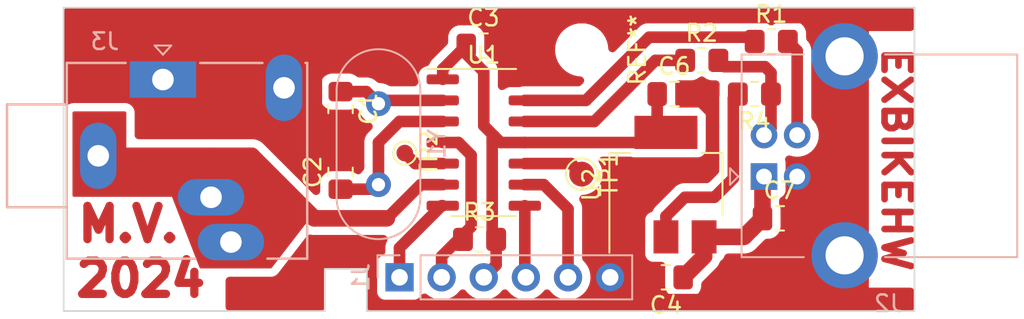
<source format=kicad_pcb>
(kicad_pcb (version 20221018) (generator pcbnew)
  (layers (0 "F.Cu" signal) (31 "B.Cu" signal) (34 "B.Paste" user) (35 "F.Paste" user) (36 "B.SilkS" user "B.Silkscreen") (37 "F.SilkS" user "F.Silkscreen") (38 "B.Mask" user) (39 "F.Mask" user) (44 "Edge.Cuts" user))
  (net 0 "")
  (net 1 "Net-(U1-XTAL1{slash}PB0)")
  (net 2 "GND")
  (net 3 "Net-(U1-XTAL2{slash}PB1)")
  (net 4 "+3V3")
  (net 5 "+5V")
  (net 6 "MISO")
  (net 7 "SCK")
  (net 8 "RST")
  (net 9 "MOSI")
  (net 10 "D-")
  (net 11 "D+")
  (net 12 "SW_IN")
  (net 13 "Net-(U1-AREF{slash}PA0)")
  (net 14 "Net-(U1-PA1)")
  (net 15 "Net-(U1-PA3)")
  (net 16 "Net-(U1-PB2)")
  (footprint "MountingHole:MountingHole_2.7mm_M2.5_DIN965" (layer "F.Cu") (at 31.877 -16.51 -90)
    (fp_text reference "REF**" (at 0 -3.35 90) (layer "F.SilkS"))
    (fp_text value "MountingHole_2.7mm_M2.5_DIN965" hide)
    (pad "" np_thru_hole circle (at 0 0 270) (size 2.7 2.7) (drill 2.7) (layers "*.Cu" "*.Mask"))
  )
  (footprint "Resistor_SMD:R_0805_2012Metric_Pad1.20x1.40mm_HandSolder" (layer "F.Cu") (at 25.7175 -5.08)
    (fp_text reference "R3" (at 0 -1.65) (layer "F.SilkS"))
    (fp_text value "10k")
    (fp_line (start -0.227064 -0.735) (end 0.227064 -0.735) (stroke (width 0.12)) (layer "F.SilkS"))
    (fp_line (start -0.227064 0.735) (end 0.227064 0.735) (stroke (width 0.12)) (layer "F.SilkS"))
    (pad "1" smd roundrect (at -1 0) (size 1.2 1.4) (layers "F.Cu" "F.Paste" "F.Mask") (roundrect_rratio 0.2083333333) (net 8 "RST"))
    (pad "2" smd roundrect (at 1 0) (size 1.2 1.4) (layers "F.Cu" "F.Paste" "F.Mask") (roundrect_rratio 0.2083333333) (net 4 "+3V3"))
  )
  (footprint "Capacitor_SMD:C_0805_2012Metric_Pad1.18x1.45mm_HandSolder" (layer "F.Cu") (at 43.815 -6.35)
    (fp_text reference "C7" (at 0 -1.68) (layer "F.SilkS"))
    (fp_text value "10uF")
    (fp_line (start -0.261252 -0.735) (end 0.261252 -0.735) (stroke (width 0.12)) (layer "F.SilkS"))
    (fp_line (start -0.261252 0.735) (end 0.261252 0.735) (stroke (width 0.12)) (layer "F.SilkS"))
    (pad "1" smd roundrect (at -1.0375 0) (size 1.175 1.45) (layers "F.Cu" "F.Paste" "F.Mask") (roundrect_rratio 0.2127659574) (net 5 "+5V"))
    (pad "2" smd roundrect (at 1.0375 0) (size 1.175 1.45) (layers "F.Cu" "F.Paste" "F.Mask") (roundrect_rratio 0.2127659574) (net 2 "GND"))
  )
  (footprint "Package_TO_SOT_SMD:SOT-223-3_TabPin2" (layer "F.Cu") (at 36.957 -8.382 90)
    (fp_text reference "U2" (at 0 -4.5 90) (layer "F.SilkS"))
    (fp_text value "AMS1117-3.3" hide)
    (fp_line (start -4.1 -3.41) (end 1.91 -3.41) (stroke (width 0.12)) (layer "F.SilkS"))
    (fp_line (start -1.85 3.41) (end 1.91 3.41) (stroke (width 0.12)) (layer "F.SilkS"))
    (fp_line (start 1.91 -3.41) (end 1.91 -2.15) (stroke (width 0.12)) (layer "F.SilkS"))
    (fp_line (start 1.91 3.41) (end 1.91 2.15) (stroke (width 0.12)) (layer "F.SilkS"))
    (pad "1" smd rect (at -3.15 -2.3 90) (size 2 1.5) (layers "F.Cu" "F.Paste" "F.Mask") (net 2 "GND"))
    (pad "2" smd rect (at -3.15 0 90) (size 2 1.5) (layers "F.Cu" "F.Paste" "F.Mask") (net 4 "+3V3"))
    (pad "2" smd rect (at 3.15 0 90) (size 2 3.8) (layers "F.Cu" "F.Paste" "F.Mask") (net 4 "+3V3"))
    (pad "3" smd rect (at -3.15 2.3 90) (size 2 1.5) (layers "F.Cu" "F.Paste" "F.Mask") (net 5 "+5V"))
  )
  (footprint "Capacitor_SMD:C_0805_2012Metric_Pad1.18x1.45mm_HandSolder" (layer "F.Cu") (at 17.3355 -12.954 -90)
    (fp_text reference "C1" (at 0 -1.68 90) (layer "F.SilkS"))
    (fp_text value "15pF")
    (fp_line (start -0.261252 -0.735) (end 0.261252 -0.735) (stroke (width 0.12)) (layer "F.SilkS"))
    (fp_line (start -0.261252 0.735) (end 0.261252 0.735) (stroke (width 0.12)) (layer "F.SilkS"))
    (pad "1" smd roundrect (at -1.0375 0 270) (size 1.175 1.45) (layers "F.Cu" "F.Paste" "F.Mask") (roundrect_rratio 0.2127659574) (net 1 "Net-(U1-XTAL1{slash}PB0)"))
    (pad "2" smd roundrect (at 1.0375 0 270) (size 1.175 1.45) (layers "F.Cu" "F.Paste" "F.Mask") (roundrect_rratio 0.2127659574) (net 2 "GND"))
  )
  (footprint "Resistor_SMD:R_0805_2012Metric_Pad1.20x1.40mm_HandSolder" (layer "F.Cu") (at 42.291 -13.843 180)
    (fp_text reference "R4" (at 0 -1.65) (layer "F.SilkS"))
    (fp_text value "1.5k")
    (fp_line (start -0.227064 -0.735) (end 0.227064 -0.735) (stroke (width 0.12)) (layer "F.SilkS"))
    (fp_line (start -0.227064 0.735) (end 0.227064 0.735) (stroke (width 0.12)) (layer "F.SilkS"))
    (pad "1" smd roundrect (at -1 0 180) (size 1.2 1.4) (layers "F.Cu" "F.Paste" "F.Mask") (roundrect_rratio 0.2083333333) (net 10 "D-"))
    (pad "2" smd roundrect (at 1 0 180) (size 1.2 1.4) (layers "F.Cu" "F.Paste" "F.Mask") (roundrect_rratio 0.2083333333) (net 4 "+3V3"))
  )
  (footprint "Capacitor_SMD:C_0805_2012Metric_Pad1.18x1.45mm_HandSolder" (layer "F.Cu") (at 36.957 -2.794 180)
    (fp_text reference "C4" (at 0 -1.68) (layer "F.SilkS"))
    (fp_text value "100nF")
    (fp_line (start -0.261252 -0.735) (end 0.261252 -0.735) (stroke (width 0.12)) (layer "F.SilkS"))
    (fp_line (start -0.261252 0.735) (end 0.261252 0.735) (stroke (width 0.12)) (layer "F.SilkS"))
    (pad "1" smd roundrect (at -1.0375 0 180) (size 1.175 1.45) (layers "F.Cu" "F.Paste" "F.Mask") (roundrect_rratio 0.2127659574) (net 5 "+5V"))
    (pad "2" smd roundrect (at 1.0375 0 180) (size 1.175 1.45) (layers "F.Cu" "F.Paste" "F.Mask") (roundrect_rratio 0.2127659574) (net 2 "GND"))
  )
  (footprint "Resistor_SMD:R_0805_2012Metric_Pad1.20x1.40mm_HandSolder" (layer "F.Cu") (at 39.116 -15.875)
    (fp_text reference "R2" (at 0 -1.65) (layer "F.SilkS"))
    (fp_text value "68")
    (fp_line (start -0.227064 -0.735) (end 0.227064 -0.735) (stroke (width 0.12)) (layer "F.SilkS"))
    (fp_line (start -0.227064 0.735) (end 0.227064 0.735) (stroke (width 0.12)) (layer "F.SilkS"))
    (pad "1" smd roundrect (at -1 0) (size 1.2 1.4) (layers "F.Cu" "F.Paste" "F.Mask") (roundrect_rratio 0.2083333333) (net 14 "Net-(U1-PA1)"))
    (pad "2" smd roundrect (at 1 0) (size 1.2 1.4) (layers "F.Cu" "F.Paste" "F.Mask") (roundrect_rratio 0.2083333333) (net 10 "D-"))
  )
  (footprint "Capacitor_SMD:C_0805_2012Metric_Pad1.18x1.45mm_HandSolder" (layer "F.Cu") (at 37.465 -13.843)
    (fp_text reference "C6" (at 0 -1.68) (layer "F.SilkS"))
    (fp_text value "10uF")
    (fp_line (start -0.261252 -0.735) (end 0.261252 -0.735) (stroke (width 0.12)) (layer "F.SilkS"))
    (fp_line (start -0.261252 0.735) (end 0.261252 0.735) (stroke (width 0.12)) (layer "F.SilkS"))
    (pad "1" smd roundrect (at -1.0375 0) (size 1.175 1.45) (layers "F.Cu" "F.Paste" "F.Mask") (roundrect_rratio 0.2127659574) (net 4 "+3V3"))
    (pad "2" smd roundrect (at 1.0375 0) (size 1.175 1.45) (layers "F.Cu" "F.Paste" "F.Mask") (roundrect_rratio 0.2127659574) (net 2 "GND"))
  )
  (footprint "Capacitor_SMD:C_0805_2012Metric_Pad1.18x1.45mm_HandSolder" (layer "F.Cu") (at 25.95 -16.764)
    (fp_text reference "C3" (at 0 -1.68) (layer "F.SilkS"))
    (fp_text value "1uF")
    (fp_line (start -0.261252 -0.735) (end 0.261252 -0.735) (stroke (width 0.12)) (layer "F.SilkS"))
    (fp_line (start -0.261252 0.735) (end 0.261252 0.735) (stroke (width 0.12)) (layer "F.SilkS"))
    (pad "1" smd roundrect (at -1.0375 0) (size 1.175 1.45) (layers "F.Cu" "F.Paste" "F.Mask") (roundrect_rratio 0.2127659574) (net 4 "+3V3"))
    (pad "2" smd roundrect (at 1.0375 0) (size 1.175 1.45) (layers "F.Cu" "F.Paste" "F.Mask") (roundrect_rratio 0.2127659574) (net 2 "GND"))
  )
  (footprint "TestPoint:TestPoint_Pad_D1.0mm" (layer "F.Cu") (at 21.209 -10.287 -90)
    (fp_text reference "TP2" (at 0 -1.448 90) (layer "F.SilkS"))
    (fp_text value "TestPoint")
    (fp_circle (center 0 0) (end 0 0.7) (stroke (width 0.12)) (fill none) (layer "F.SilkS"))
    (pad "1" smd circle (at 0 0 270) (size 1 1) (layers "F.Cu" "F.Mask") (net 16 "Net-(U1-PB2)"))
  )
  (footprint "Package_SO:SOIC-14_3.9x8.7mm_P1.27mm" (layer "F.Cu") (at 25.9715 -10.922)
    (fp_text reference "U1" (at 0 -5.28) (layer "F.SilkS"))
    (fp_text value "ATtiny24A-SS")
    (fp_line (start 0 -4.435) (end -3.45 -4.435) (stroke (width 0.12)) (layer "F.SilkS"))
    (fp_line (start 0 -4.435) (end 1.95 -4.435) (stroke (width 0.12)) (layer "F.SilkS"))
    (fp_line (start 0 4.435) (end -1.95 4.435) (stroke (width 0.12)) (layer "F.SilkS"))
    (fp_line (start 0 4.435) (end 1.95 4.435) (stroke (width 0.12)) (layer "F.SilkS"))
    (pad "1" smd roundrect (at -2.475 -3.81) (size 1.95 0.6) (layers "F.Cu" "F.Paste" "F.Mask") (net 4 "+3V3"))
    (pad "2" smd roundrect (at -2.475 -2.54) (size 1.95 0.6) (layers "F.Cu" "F.Paste" "F.Mask") (net 1 "Net-(U1-XTAL1{slash}PB0)"))
    (pad "3" smd roundrect (at -2.475 -1.27) (size 1.95 0.6) (layers "F.Cu" "F.Paste" "F.Mask") (net 3 "Net-(U1-XTAL2{slash}PB1)"))
    (pad "4" smd roundrect (at -2.475 0) (size 1.95 0.6) (layers "F.Cu" "F.Paste" "F.Mask") (net 8 "RST"))
    (pad "5" smd roundrect (at -2.475 1.27) (size 1.95 0.6) (layers "F.Cu" "F.Paste" "F.Mask") (net 16 "Net-(U1-PB2)"))
    (pad "6" smd roundrect (at -2.475 2.54) (size 1.95 0.6) (layers "F.Cu" "F.Paste" "F.Mask") (net 12 "SW_IN"))
    (pad "7" smd roundrect (at -2.475 3.81) (size 1.95 0.6) (layers "F.Cu" "F.Paste" "F.Mask") (net 9 "MOSI"))
    (pad "8" smd roundrect (at 2.475 3.81) (size 1.95 0.6) (layers "F.Cu" "F.Paste" "F.Mask") (net 6 "MISO"))
    (pad "9" smd roundrect (at 2.475 2.54) (size 1.95 0.6) (layers "F.Cu" "F.Paste" "F.Mask") (net 7 "SCK"))
    (pad "10" smd roundrect (at 2.475 1.27) (size 1.95 0.6) (layers "F.Cu" "F.Paste" "F.Mask") (net 15 "Net-(U1-PA3)"))
    (pad "11" smd roundrect (at 2.475 0) (size 1.95 0.6) (layers "F.Cu" "F.Paste" "F.Mask") (net 4 "+3V3"))
    (pad "12" smd roundrect (at 2.475 -1.27) (size 1.95 0.6) (layers "F.Cu" "F.Paste" "F.Mask") (net 14 "Net-(U1-PA1)"))
    (pad "13" smd roundrect (at 2.475 -2.54) (size 1.95 0.6) (layers "F.Cu" "F.Paste" "F.Mask") (net 13 "Net-(U1-AREF{slash}PA0)"))
    (pad "14" smd roundrect (at 2.475 -3.81) (size 1.95 0.6) (layers "F.Cu" "F.Paste" "F.Mask") (net 2 "GND"))
  )
  (footprint "Resistor_SMD:R_0805_2012Metric_Pad1.20x1.40mm_HandSolder" (layer "F.Cu") (at 43.307 -17.018)
    (fp_text reference "R1" (at 0 -1.65) (layer "F.SilkS"))
    (fp_text value "68" hide)
    (fp_line (start -0.227064 -0.735) (end 0.227064 -0.735) (stroke (width 0.12)) (layer "F.SilkS"))
    (fp_line (start -0.227064 0.735) (end 0.227064 0.735) (stroke (width 0.12)) (layer "F.SilkS"))
    (pad "1" smd roundrect (at -1 0) (size 1.2 1.4) (layers "F.Cu" "F.Paste" "F.Mask") (roundrect_rratio 0.2083333333) (net 13 "Net-(U1-AREF{slash}PA0)"))
    (pad "2" smd roundrect (at 1 0) (size 1.2 1.4) (layers "F.Cu" "F.Paste" "F.Mask") (roundrect_rratio 0.2083333333) (net 11 "D+"))
  )
  (footprint "Capacitor_SMD:C_0805_2012Metric_Pad1.18x1.45mm_HandSolder" (layer "F.Cu") (at 17.3355 -9.144 90)
    (fp_text reference "C2" (at 0 -1.68 90) (layer "F.SilkS"))
    (fp_text value "15pF")
    (fp_line (start -0.261252 -0.735) (end 0.261252 -0.735) (stroke (width 0.12)) (layer "F.SilkS"))
    (fp_line (start -0.261252 0.735) (end 0.261252 0.735) (stroke (width 0.12)) (layer "F.SilkS"))
    (pad "1" smd roundrect (at -1.0375 0 90) (size 1.175 1.45) (layers "F.Cu" "F.Paste" "F.Mask") (roundrect_rratio 0.2127659574) (net 3 "Net-(U1-XTAL2{slash}PB1)"))
    (pad "2" smd roundrect (at 1.0375 0 90) (size 1.175 1.45) (layers "F.Cu" "F.Paste" "F.Mask") (roundrect_rratio 0.2127659574) (net 2 "GND"))
  )
  (footprint "TestPoint:TestPoint_Pad_D1.5mm" (layer "F.Cu") (at 31.877 -9.017 -90)
    (fp_text reference "TP1" (at 0 -1.648 90) (layer "F.SilkS"))
    (fp_text value "TestPoint")
    (fp_circle (center 0 0) (end 0 0.95) (stroke (width 0.12)) (fill none) (layer "F.SilkS"))
    (pad "1" smd circle (at 0 0 270) (size 1.5 1.5) (layers "F.Cu" "F.Mask") (net 15 "Net-(U1-PA3)"))
  )
  (footprint "Connector_PinHeader_2.54mm:PinHeader_1x06_P2.54mm_Vertical" (layer "B.Cu") (at 20.8915 -2.794 -90)
    (fp_text reference "J1" (at 0 2.33 90) (layer "B.SilkS") (effects (justify mirror)))
    (fp_text value "ICSP")
    (fp_line (start -1.33 -14.03) (end 1.33 -14.03) (stroke (width 0.12)) (layer "B.SilkS"))
    (fp_line (start -1.33 -1.27) (end -1.33 -14.03) (stroke (width 0.12)) (layer "B.SilkS"))
    (fp_line (start -1.33 -1.27) (end 1.33 -1.27) (stroke (width 0.12)) (layer "B.SilkS"))
    (fp_line (start -1.33 0) (end -1.33 1.33) (stroke (width 0.12)) (layer "B.SilkS"))
    (fp_line (start -1.33 1.33) (end 0 1.33) (stroke (width 0.12)) (layer "B.SilkS"))
    (fp_line (start 1.33 -1.27) (end 1.33 -14.03) (stroke (width 0.12)) (layer "B.SilkS"))
    (pad "1" thru_hole rect (at 0 0 270) (size 1.7 1.7) (drill 1) (layers "*.Cu" "*.Mask") (net 9 "MOSI"))
    (pad "2" thru_hole oval (at 0 -2.54 270) (size 1.7 1.7) (drill 1) (layers "*.Cu" "*.Mask") (net 8 "RST"))
    (pad "3" thru_hole oval (at 0 -5.08 270) (size 1.7 1.7) (drill 1) (layers "*.Cu" "*.Mask") (net 4 "+3V3"))
    (pad "4" thru_hole oval (at 0 -7.62 270) (size 1.7 1.7) (drill 1) (layers "*.Cu" "*.Mask") (net 6 "MISO"))
    (pad "5" thru_hole oval (at 0 -10.16 270) (size 1.7 1.7) (drill 1) (layers "*.Cu" "*.Mask") (net 7 "SCK"))
    (pad "6" thru_hole oval (at 0 -12.7 270) (size 1.7 1.7) (drill 1) (layers "*.Cu" "*.Mask") (net 2 "GND"))
  )
  (footprint "Connector_Audio:Jack_3.5mm_Ledino_KB3SPRS_Horizontal" (layer "B.Cu") (at 6.625 -14.72)
    (fp_text reference "J3" (at -3.5 -2.3) (layer "B.SilkS") (effects (justify mirror)))
    (fp_text value "AudioJack3_SwitchTR")
    (fp_line (start -9.4 1.5) (end -5.8 1.5) (stroke (width 0.15)) (layer "B.SilkS"))
    (fp_line (start -9.4 7.7) (end -9.4 1.5) (stroke (width 0.15)) (layer "B.SilkS"))
    (fp_line (start -5.8 -1) (end -5.8 10.8) (stroke (width 0.15)) (layer "B.SilkS"))
    (fp_line (start -5.8 7.7) (end -9.4 7.7) (stroke (width 0.15)) (layer "B.SilkS"))
    (fp_line (start -5.8 10.8) (end 1.95 10.8) (stroke (width 0.15)) (layer "B.SilkS"))
    (fp_line (start -2.25 -1) (end -5.8 -1) (stroke (width 0.15)) (layer "B.SilkS"))
    (fp_line (start -0.5 -2.05) (end 0.5 -2.05) (stroke (width 0.12)) (layer "B.SilkS"))
    (fp_line (start 0 -1.5) (end -0.5 -2.05) (stroke (width 0.12)) (layer "B.SilkS"))
    (fp_line (start 0.5 -2.05) (end 0 -1.5) (stroke (width 0.12)) (layer "B.SilkS"))
    (fp_line (start 6 -1) (end 2.25 -1) (stroke (width 0.15)) (layer "B.SilkS"))
    (fp_line (start 6.3 10.8) (end 8.7 10.8) (stroke (width 0.15)) (layer "B.SilkS"))
    (fp_line (start 8.7 -1) (end 8.6 -1) (stroke (width 0.15)) (layer "B.SilkS"))
    (fp_line (start 8.7 10.8) (end 8.7 -1) (stroke (width 0.15)) (layer "B.SilkS"))
    (pad "R" thru_hole oval (at 4.1 9.8) (size 4 2.2) (drill 1.3) (layers "*.Cu" "*.Mask") (net 12 "SW_IN"))
    (pad "RN" thru_hole oval (at 2.9 7.1) (size 4 2.2) (drill 1.3) (layers "*.Cu" "*.Mask") (net 12 "SW_IN"))
    (pad "S" thru_hole oval (at -3.9 4.6) (size 2.2 4) (drill 1.3) (layers "*.Cu" "*.Mask") (net 12 "SW_IN"))
    (pad "T" thru_hole rect (at 0 0) (size 4 2.2) (drill 1.3) (layers "*.Cu" "*.Mask") (net 2 "GND"))
    (pad "TN" thru_hole oval (at 7.3 0.5 270) (size 4 2.2) (drill 1.3) (layers "*.Cu" "*.Mask") (net 2 "GND"))
  )
  (footprint "Crystal:Crystal_HC49-4H_Vertical" (layer "B.Cu") (at 19.6215 -8.382 90)
    (fp_text reference "Y1" (at 2.44 3.525 90) (layer "B.SilkS") (effects (justify mirror)))
    (fp_text value "12 MHz")
    (fp_line (start -0.76 -2.525) (end 5.64 -2.525) (stroke (width 0.12)) (layer "B.SilkS"))
    (fp_line (start -0.76 2.525) (end 5.64 2.525) (stroke (width 0.12)) (layer "B.SilkS"))
    (fp_arc (start -0.76 2.525) (mid -3.285 0) (end -0.76 -2.525) (stroke (width 0.12)) (layer "B.SilkS"))
    (fp_arc (start 5.64 -2.525) (mid 8.165 0) (end 5.64 2.525) (stroke (width 0.12)) (layer "B.SilkS"))
    (pad "1" thru_hole circle (at 0 0 90) (size 1.5 1.5) (drill 0.8) (layers "*.Cu" "*.Mask") (net 3 "Net-(U1-XTAL2{slash}PB1)"))
    (pad "2" thru_hole circle (at 4.88 0 90) (size 1.5 1.5) (drill 0.8) (layers "*.Cu" "*.Mask") (net 1 "Net-(U1-XTAL1{slash}PB0)"))
  )
  (footprint "Connector_USB:USB_B_Lumberg_2411_02_Horizontal" (layer "B.Cu") (at 42.8695 -8.87)
    (fp_text reference "J2" (at 7.5 7.65) (layer "B.SilkS") (effects (justify mirror)))
    (fp_text value "USB_B" hide)
    (fp_line (start -2.05 -0.5) (end -1.55 0) (stroke (width 0.12)) (layer "B.SilkS"))
    (fp_line (start -2.05 0.5) (end -2.05 -0.5) (stroke (width 0.12)) (layer "B.SilkS"))
    (fp_line (start -1.55 0) (end -2.05 0.5) (stroke (width 0.12)) (layer "B.SilkS"))
    (fp_line (start -1.35 -7.36) (end -1.35 4.86) (stroke (width 0.12)) (layer "B.SilkS"))
    (fp_line (start -1.35 -7.36) (end 2.4 -7.36) (stroke (width 0.12)) (layer "B.SilkS"))
    (fp_line (start -1.35 4.86) (end 2.4 4.86) (stroke (width 0.12)) (layer "B.SilkS"))
    (fp_line (start 15.27 -7.36) (end 7.3 -7.36) (stroke (width 0.12)) (layer "B.SilkS"))
    (fp_line (start 15.27 -7.36) (end 15.27 4.86) (stroke (width 0.12)) (layer "B.SilkS"))
    (fp_line (start 15.27 4.86) (end 7.3 4.86) (stroke (width 0.12)) (layer "B.SilkS"))
    (pad "1" thru_hole rect (at 0 0 270) (size 1.6 1.6) (drill 0.95) (layers "*.Cu" "*.Mask") (net 5 "+5V"))
    (pad "2" thru_hole circle (at 0 -2.5 270) (size 1.6 1.6) (drill 0.95) (layers "*.Cu" "*.Mask") (net 10 "D-"))
    (pad "3" thru_hole circle (at 2 -2.5 270) (size 1.6 1.6) (drill 0.95) (layers "*.Cu" "*.Mask") (net 11 "D+"))
    (pad "4" thru_hole circle (at 2 0 270) (size 1.6 1.6) (drill 0.95) (layers "*.Cu" "*.Mask") (net 2 "GND"))
    (pad "5" thru_hole circle (at 4.86 -7.25 270) (size 4 4) (drill 2.3) (layers "*.Cu" "*.Mask") (net 2 "GND"))
    (pad "5" thru_hole circle (at 4.86 4.75 270) (size 4 4) (drill 2.3) (layers "*.Cu" "*.Mask") (net 2 "GND"))
  )
  (gr_poly (pts (xy 7.239 -7.747) (xy 1.27 -7.747) (xy 1.27 -12.7) (xy 4.318 -12.7) (xy 4.318 -10.414) (xy 7.239 -10.414)) (stroke (width 0.2)) (fill solid) (layer "F.Cu"))
  (gr_poly (pts (xy 7.015997 -10.287) (xy 7.239 -7.747) (xy 8.920997 -3.429) (xy 13.111997 -3.429) (xy 15.367 -6.35) (xy 14.097 -7.62) (xy 11.460997 -10.414)) (stroke (width 0.2)) (fill solid) (layer "F.Cu"))
  (gr_line (start 51.943 -0.762) (end 51.943 -19.05) (stroke (width 0.1)) (layer "Edge.Cuts"))
  (gr_line (start 18.923 -0.762) (end 18.923 -3.302) (stroke (width 0.1)) (layer "Edge.Cuts"))
  (gr_line (start 51.943 -19.05) (end 0.635 -19.05) (stroke (width 0.1)) (layer "Edge.Cuts"))
  (gr_line (start 18.923 -0.762) (end 51.943 -0.762) (stroke (width 0.1)) (layer "Edge.Cuts"))
  (gr_line (start 0.635 -0.762) (end 16.383 -0.762) (stroke (width 0.1)) (layer "Edge.Cuts"))
  (gr_line (start 0.635 -19.05) (end 0.635 -0.762) (stroke (width 0.1)) (layer "Edge.Cuts"))
  (gr_line (start 18.923 -3.302) (end 16.383 -3.302) (stroke (width 0.1)) (layer "Edge.Cuts"))
  (gr_line (start 16.383 -3.302) (end 16.383 -0.762) (stroke (width 0.1)) (layer "Edge.Cuts"))
  (gr_text "M.V." (at 1.27 -4.826) (layer "F.Cu") (effects (font (size 2 2) (thickness 0.5) bold) (justify left bottom)))
  (gr_text "EXBIKEHW" (at 49.92275 -9.906 270) (layer "F.Cu") (effects (font (size 1.6 1.8) (thickness 0.4) bold) (justify bottom)))
  (gr_text "2024" (at 1.143 -1.524) (layer "F.Cu") (effects (font (size 2 2) (thickness 0.5) bold) (justify left bottom)))
  (segment (start 19.8215 -13.462) (end 19.6215 -13.262) (width 0.7) (layer "F.Cu") (net 1))
  (segment (start 17.3355 -13.9915) (end 18.892 -13.9915) (width 0.7) (layer "F.Cu") (net 1))
  (segment (start 23.4965 -13.462) (end 19.8215 -13.462) (width 0.7) (layer "F.Cu") (net 1))
  (segment (start 18.892 -13.9915) (end 19.6215 -13.262) (width 0.7) (layer "F.Cu") (net 1))
  (segment (start 38.5025 -13.9485) (end 39.751 -12.7) (width 0.7) (layer "F.Cu") (net 2))
  (segment (start 39.751 -9.398) (end 39.243 -8.89) (width 0.7) (layer "F.Cu") (net 2))
  (segment (start 35.6655 -2.54) (end 35.9195 -2.794) (width 0.7) (layer "F.Cu") (net 2))
  (segment (start 17.3355 -11.9165) (end 16.4045 -11.9165) (width 0.7) (layer "F.Cu") (net 2))
  (segment (start 9.431 -17.526) (end 6.625 -14.72) (width 0.8) (layer "F.Cu") (net 2))
  (segment (start 17.3355 -11.9165) (end 17.3355 -11.176) (width 0.7) (layer "F.Cu") (net 2))
  (segment (start 23.717 -18.51) (end 45.3395 -18.51) (width 0.8) (layer "F.Cu") (net 2))
  (segment (start 44.8525 -5.1015) (end 44.8525 -6.35) (width 0.8) (layer "F.Cu") (net 2))
  (segment (start 34.657 -3.6055) (end 34.657 -4.0565) (width 1) (layer "F.Cu") (net 2))
  (segment (start 22.733 -17.526) (end 23.717 -18.51) (width 0.8) (layer "F.Cu") (net 2))
  (segment (start 28.4465 -14.732) (end 28.4465 -15.305) (width 0.7) (layer "F.Cu") (net 2))
  (segment (start 44.8695 -8.87) (end 44.8695 -6.367) (width 1) (layer "F.Cu") (net 2))
  (segment (start 17.3355 -11.176) (end 17.3355 -10.1815) (width 0.7) (layer "F.Cu") (net 2))
  (segment (start 28.4465 -15.305) (end 26.9875 -16.764) (width 0.7) (layer "F.Cu") (net 2))
  (segment (start 36.576 -1.397) (end 41.148 -1.397) (width 0.8) (layer "F.Cu") (net 2))
  (segment (start 44.8695 -6.367) (end 44.8525 -6.35) (width 1) (layer "F.Cu") (net 2))
  (segment (start 36.449 -8.89) (end 34.657 -7.098) (width 0.7) (layer "F.Cu") (net 2))
  (segment (start 41.148 -1.397) (end 44.8525 -5.1015) (width 0.8) (layer "F.Cu") (net 2))
  (segment (start 34.657 -4.0565) (end 35.9195 -2.794) (width 1) (layer "F.Cu") (net 2))
  (segment (start 15.875 -12.446) (end 15.875 -17.526) (width 0.7) (layer "F.Cu") (net 2))
  (segment (start 27.051 -16.8275) (end 26.9875 -16.764) (width 1) (layer "F.Cu") (net 2))
  (segment (start 35.9195 -2.0535) (end 36.576 -1.397) (width 0.8) (layer "F.Cu") (net 2))
  (segment (start 16.4045 -11.9165) (end 15.875 -12.446) (width 0.7) (layer "F.Cu") (net 2))
  (segment (start 39.751 -12.7) (end 39.751 -9.398) (width 0.7) (layer "F.Cu") (net 2))
  (segment (start 33.5915 -2.54) (end 34.657 -3.6055) (width 1) (layer "F.Cu") (net 2))
  (segment (start 15.875 -17.526) (end 22.733 -17.526) (width 0.8) (layer "F.Cu") (net 2))
  (segment (start 34.657 -5.232) (end 34.657 -4.0565) (width 1) (layer "F.Cu") (net 2))
  (segment (start 39.243 -8.89) (end 36.449 -8.89) (width 0.7) (layer "F.Cu") (net 2))
  (segment (start 35.9195 -2.794) (end 35.9195 -2.0535) (width 0.8) (layer "F.Cu") (net 2))
  (segment (start 15.875 -17.526) (end 9.431 -17.526) (width 0.8) (layer "F.Cu") (net 2))
  (segment (start 47.7295 -4.12) (end 47.0825 -4.12) (width 1) (layer "F.Cu") (net 2))
  (segment (start 34.657 -7.098) (end 34.657 -5.232) (width 0.7) (layer "F.Cu") (net 2))
  (segment (start 45.3395 -18.51) (end 47.7295 -16.12) (width 0.8) (layer "F.Cu") (net 2))
  (segment (start 19.346 -8.1065) (end 19.6215 -8.382) (width 0.7) (layer "F.Cu") (net 3))
  (segment (start 19.6215 -10.922) (end 19.6215 -8.382) (width 0.7) (layer "F.Cu") (net 3))
  (segment (start 17.3355 -8.1065) (end 19.346 -8.1065) (width 0.7) (layer "F.Cu") (net 3))
  (segment (start 23.4965 -12.192) (end 20.8915 -12.192) (width 0.7) (layer "F.Cu") (net 3))
  (segment (start 20.8915 -12.192) (end 19.6215 -10.922) (width 0.7) (layer "F.Cu") (net 3))
  (segment (start 41.021 -8.763) (end 39.878 -7.62) (width 0.7) (layer "F.Cu") (net 4))
  (segment (start 23.4965 -14.732) (end 23.4965 -15.348) (width 0.7) (layer "F.Cu") (net 4))
  (segment (start 41.021 -13.573) (end 41.021 -8.763) (width 0.7) (layer "F.Cu") (net 4))
  (segment (start 24.9125 -16.256) (end 24.9125 -16.764) (width 0.7) (layer "F.Cu") (net 4))
  (segment (start 26.6065 -11.303) (end 25.9715 -11.938) (width 0.7) (layer "F.Cu") (net 4))
  (segment (start 41.291 -13.843) (end 41.021 -13.573) (width 0.7) (layer "F.Cu") (net 4))
  (segment (start 25.9715 -15.197) (end 24.9125 -16.256) (width 0.7) (layer "F.Cu") (net 4))
  (segment (start 23.4965 -15.348) (end 24.9125 -16.764) (width 0.7) (layer "F.Cu") (net 4))
  (segment (start 25.9715 -11.938) (end 25.9715 -15.197) (width 0.7) (layer "F.Cu") (net 4))
  (segment (start 28.4465 -10.922) (end 26.9875 -10.922) (width 0.7) (layer "F.Cu") (net 4))
  (segment (start 39.878 -7.62) (end 38.1 -7.62) (width 0.7) (layer "F.Cu") (net 4))
  (segment (start 36.4275 -13.97) (end 36.4275 -12.0615) (width 0.7) (layer "F.Cu") (net 4))
  (segment (start 26.4795 -11.176) (end 26.6065 -11.303) (width 0.7) (layer "F.Cu") (net 4))
  (segment (start 38.1 -7.62) (end 36.957 -6.477) (width 0.7) (layer "F.Cu") (net 4))
  (segment (start 26.7175 -5.08) (end 26.7175 -3.54) (width 0.7) (layer "F.Cu") (net 4))
  (segment (start 36.347 -10.922) (end 36.957 -11.532) (width 0.7) (layer "F.Cu") (net 4))
  (segment (start 36.957 -6.477) (end 36.957 -5.232) (width 0.7) (layer "F.Cu") (net 4))
  (segment (start 26.7175 -3.54) (end 25.9715 -2.794) (width 0.7) (layer "F.Cu") (net 4))
  (segment (start 28.4465 -10.922) (end 36.347 -10.922) (width 0.7) (layer "F.Cu") (net 4))
  (segment (start 36.4275 -12.0615) (end 36.957 -11.532) (width 0.7) (layer "F.Cu") (net 4))
  (segment (start 26.4795 -4.826) (end 26.4795 -11.176) (width 0.7) (layer "F.Cu") (net 4))
  (segment (start 26.9875 -10.922) (end 26.6065 -11.303) (width 0.7) (layer "F.Cu") (net 4))
  (segment (start 39.257 -5.232) (end 39.257 -4.0565) (width 1) (layer "F.Cu") (net 5))
  (segment (start 42.7775 -8.778) (end 42.8695 -8.87) (width 1) (layer "F.Cu") (net 5))
  (segment (start 41.6595 -5.232) (end 42.7775 -6.35) (width 1) (layer "F.Cu") (net 5))
  (segment (start 39.257 -5.232) (end 41.6595 -5.232) (width 1) (layer "F.Cu") (net 5))
  (segment (start 42.7775 -6.35) (end 42.7775 -8.778) (width 1) (layer "F.Cu") (net 5))
  (segment (start 39.257 -4.0565) (end 37.9945 -2.794) (width 1) (layer "F.Cu") (net 5))
  (segment (start 28.4465 -7.112) (end 28.4465 -2.605) (width 0.7) (layer "F.Cu") (net 6))
  (segment (start 29.591 -8.382) (end 31.0515 -6.9215) (width 0.7) (layer "F.Cu") (net 7))
  (segment (start 31.0515 -6.9215) (end 31.0515 -2.54) (width 0.7) (layer "F.Cu") (net 7))
  (segment (start 28.4465 -8.382) (end 29.591 -8.382) (width 0.7) (layer "F.Cu") (net 7))
  (segment (start 25.2095 -10.16) (end 25.2095 -5.842) (width 0.7) (layer "F.Cu") (net 8))
  (segment (start 23.4315 -4.064) (end 23.4315 -2.54) (width 0.7) (layer "F.Cu") (net 8))
  (segment (start 24.4475 -10.922) (end 25.2095 -10.16) (width 0.7) (layer "F.Cu") (net 8))
  (segment (start 25.2095 -5.842) (end 23.4315 -4.064) (width 0.7) (layer "F.Cu") (net 8))
  (segment (start 23.4965 -10.922) (end 24.4475 -10.922) (width 0.7) (layer "F.Cu") (net 8))
  (segment (start 20.8915 -4.572) (end 23.4315 -7.112) (width 0.7) (layer "F.Cu") (net 9))
  (segment (start 20.8915 -2.54) (end 20.8915 -4.572) (width 0.7) (layer "F.Cu") (net 9))
  (segment (start 23.4315 -7.112) (end 23.4965 -7.112) (width 0.7) (layer "F.Cu") (net 9))
  (segment (start 43.291 -11.7915) (end 42.8695 -11.37) (width 0.7) (layer "F.Cu") (net 10))
  (segment (start 43.291 -15.129) (end 42.926 -15.494) (width 0.7) (layer "F.Cu") (net 10))
  (segment (start 40.497 -15.494) (end 40.116 -15.875) (width 0.7) (layer "F.Cu") (net 10))
  (segment (start 43.291 -13.843) (end 43.291 -15.129) (width 0.7) (layer "F.Cu") (net 10))
  (segment (start 42.926 -15.494) (end 40.497 -15.494) (width 0.7) (layer "F.Cu") (net 10))
  (segment (start 43.291 -13.843) (end 43.291 -11.7915) (width 0.7) (layer "F.Cu") (net 10))
  (segment (start 44.8695 -11.37) (end 44.8695 -16.4555) (width 0.7) (layer "F.Cu") (net 11))
  (segment (start 44.8695 -16.4555) (end 44.307 -17.018) (width 0.7) (layer "F.Cu") (net 11))
  (segment (start 10.725 -6.42) (end 9.525 -7.62) (width 1.4) (layer "F.Cu") (net 12))
  (segment (start 15.748 -6.35) (end 20.1295 -6.35) (width 1) (layer "F.Cu") (net 12))
  (segment (start 23.4965 -8.382) (end 22.1615 -8.382) (width 0.7) (layer "F.Cu") (net 12))
  (segment (start 9.525 -9.993) (end 9.525 -7.62) (width 1) (layer "F.Cu") (net 12))
  (segment (start 9.652 -10.12) (end 9.525 -9.993) (width 1) (layer "F.Cu") (net 12))
  (segment (start 10.725 -4.92) (end 10.725 -6.42) (width 1.4) (layer "F.Cu") (net 12))
  (segment (start 9.652 -10.12) (end 11.978 -10.12) (width 1) (layer "F.Cu") (net 12))
  (segment (start 11.978 -10.12) (end 15.748 -6.35) (width 1) (layer "F.Cu") (net 12))
  (segment (start 2.725 -10.12) (end 9.652 -10.12) (width 1) (layer "F.Cu") (net 12))
  (segment (start 22.1615 -8.382) (end 20.1295 -6.35) (width 0.7) (layer "F.Cu") (net 12))
  (segment (start 42.307 -17.018) (end 42.053 -17.272) (width 0.7) (layer "F.Cu") (net 13))
  (segment (start 42.053 -17.272) (end 35.941 -17.272) (width 0.7) (layer "F.Cu") (net 13))
  (segment (start 35.941 -17.272) (end 32.131 -13.462) (width 0.7) (layer "F.Cu") (net 13))
  (segment (start 32.131 -13.462) (end 28.4465 -13.462) (width 0.7) (layer "F.Cu") (net 13))
  (segment (start 28.4465 -12.192) (end 32.639 -12.192) (width 0.7) (layer "F.Cu") (net 14))
  (segment (start 36.322 -15.875) (end 38.116 -15.875) (width 0.7) (layer "F.Cu") (net 14))
  (segment (start 32.639 -12.192) (end 36.322 -15.875) (width 0.7) (layer "F.Cu") (net 14))
  (segment (start 31.242 -9.652) (end 31.877 -9.017) (width 0.7) (layer "F.Cu") (net 15))
  (segment (start 28.4465 -9.652) (end 31.242 -9.652) (width 0.7) (layer "F.Cu") (net 15))
  (segment (start 21.844 -9.652) (end 21.209 -10.287) (width 0.7) (layer "F.Cu") (net 16))
  (segment (start 23.4965 -9.652) (end 21.844 -9.652) (width 0.7) (layer "F.Cu") (net 16))
  (zone (net 2) (net_name "GND") (layer "F.Cu") (connect_pads yes (clearance 0.5)) (min_thickness 0.5) (fill yes (thermal_gap 0.5) (thermal_bridge_width 0.5))
    (polygon (pts (xy 51.943 -19.05) (xy 51.943 -0.762) (xy 0.635 -0.762) (xy 0.635 -19.05)))
  )
)
</source>
